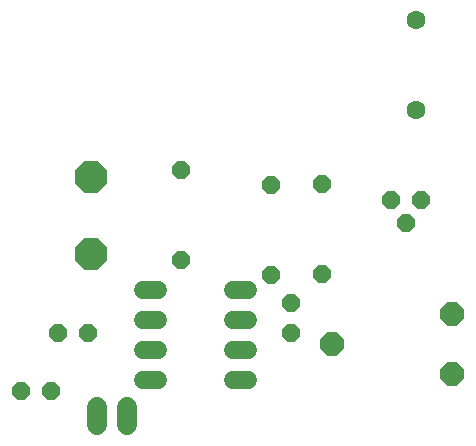
<source format=gbr>
G04 EAGLE Gerber RS-274X export*
G75*
%MOMM*%
%FSLAX34Y34*%
%LPD*%
%INSoldermask Bottom*%
%IPPOS*%
%AMOC8*
5,1,8,0,0,1.08239X$1,22.5*%
G01*
%ADD10P,1.649562X8X202.500000*%
%ADD11P,1.649562X8X112.500000*%
%ADD12C,1.524000*%
%ADD13C,1.603200*%
%ADD14P,1.649562X8X292.500000*%
%ADD15P,2.144431X8X112.500000*%
%ADD16P,2.969212X8X112.500000*%
%ADD17C,1.727200*%


D10*
X163100Y103300D03*
X137700Y103300D03*
D11*
X335200Y103600D03*
X335200Y129000D03*
D10*
X131700Y54200D03*
X106300Y54200D03*
D12*
X209296Y139700D02*
X222504Y139700D01*
X222504Y114300D02*
X209296Y114300D01*
X285496Y114300D02*
X298704Y114300D01*
X298704Y139700D02*
X285496Y139700D01*
X222504Y88900D02*
X209296Y88900D01*
X209296Y63500D02*
X222504Y63500D01*
X285496Y88900D02*
X298704Y88900D01*
X298704Y63500D02*
X285496Y63500D01*
D13*
X441000Y292100D03*
X441000Y368300D03*
D10*
X419100Y215900D03*
X431800Y196850D03*
X444500Y215900D03*
D14*
X360900Y229600D03*
X360900Y153400D03*
D11*
X241300Y165100D03*
X241300Y241300D03*
D14*
X317500Y228600D03*
X317500Y152400D03*
D15*
X471200Y69200D03*
X471200Y120000D03*
X369600Y94600D03*
D16*
X165100Y170688D03*
X165100Y235712D03*
D17*
X195700Y40720D02*
X195700Y25480D01*
X170300Y25480D02*
X170300Y40720D01*
M02*

</source>
